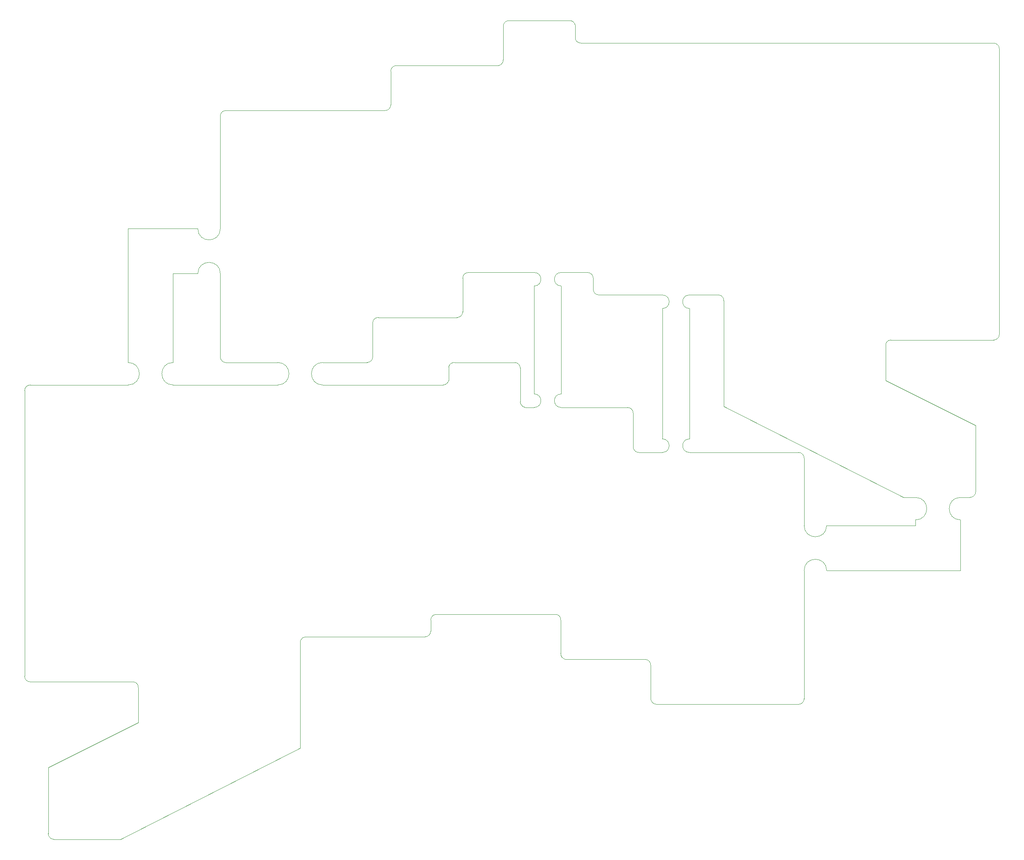
<source format=gbr>
%TF.GenerationSoftware,KiCad,Pcbnew,7.0.1*%
%TF.CreationDate,2023-05-03T23:08:28+02:00*%
%TF.ProjectId,Akula,416b756c-612e-46b6-9963-61645f706362,rev?*%
%TF.SameCoordinates,Original*%
%TF.FileFunction,Profile,NP*%
%FSLAX46Y46*%
G04 Gerber Fmt 4.6, Leading zero omitted, Abs format (unit mm)*
G04 Created by KiCad (PCBNEW 7.0.1) date 2023-05-03 23:08:28*
%MOMM*%
%LPD*%
G01*
G04 APERTURE LIST*
%TA.AperFunction,Profile*%
%ADD10C,0.100000*%
%TD*%
G04 APERTURE END LIST*
D10*
X124250000Y-110000000D02*
X132875000Y-110000000D01*
X179125000Y-36000000D02*
X179125000Y-37989181D01*
X273375000Y-40250000D02*
G75*
G03*
X272125000Y-39000000I-1266400J-16400D01*
G01*
X230000000Y-146250000D02*
G75*
G03*
X235000000Y-146250000I2500000J0D01*
G01*
X178000000Y-90000000D02*
X181875000Y-90000000D01*
X206000000Y-95000000D02*
X211130681Y-95000000D01*
X266375000Y-140000000D02*
X266875000Y-140000000D01*
X185675000Y-95000000D02*
X189675000Y-95000000D01*
X204500000Y-95000000D02*
G75*
G03*
X204500000Y-98000000I0J-1500000D01*
G01*
X198500000Y-127000000D02*
X198500000Y-99500000D01*
X100250000Y-80250000D02*
X100250000Y-56000000D01*
X168000000Y-120000000D02*
X169650000Y-120000000D01*
X254750000Y-145000000D02*
G75*
G03*
X254750000Y-140000000I0J2500000D01*
G01*
X161550000Y-110000000D02*
X165750000Y-110000000D01*
X176000000Y-117000000D02*
G75*
G03*
X176000000Y-120000000I0J-1500000D01*
G01*
X175900082Y-167250008D02*
G75*
G03*
X174750000Y-166000001I-1134782J110008D01*
G01*
X190750002Y-119999998D02*
X190450000Y-120000000D01*
X235000000Y-156250000D02*
X264500000Y-156250000D01*
X113000000Y-115000000D02*
G75*
G03*
X113000000Y-110000000I0J2500000D01*
G01*
X95250000Y-80250000D02*
X79750000Y-80250000D01*
X217250000Y-186000000D02*
X197250000Y-186000000D01*
X264750000Y-140000000D02*
G75*
G03*
X264750000Y-145000000I0J-2500000D01*
G01*
X162130595Y-44000036D02*
G75*
G03*
X163125000Y-42750000I-289495J1250836D01*
G01*
X135375003Y-99999943D02*
G75*
G03*
X134125001Y-101129155I-69203J-1179857D01*
G01*
X179118582Y-34990438D02*
X179125000Y-36000000D01*
X118000000Y-172250000D02*
X118000000Y-173000000D01*
X192000002Y-121249998D02*
X192000000Y-121500000D01*
X204500000Y-98000000D02*
X204500000Y-127000000D01*
X230000000Y-156250000D02*
X230000000Y-183171573D01*
X175900000Y-167250000D02*
X175900000Y-169750000D01*
X192000000Y-128750000D02*
G75*
G03*
X193250000Y-130000000I1250000J0D01*
G01*
X252125000Y-140000000D02*
X212125000Y-119750000D01*
X249254155Y-104999994D02*
G75*
G03*
X248125001Y-106250000I14845J-1148406D01*
G01*
X212125000Y-119750000D02*
X212125000Y-97000000D01*
X204500000Y-127000000D02*
G75*
G03*
X204500000Y-130000000I0J-1500000D01*
G01*
X174500000Y-166000000D02*
X153250000Y-166000000D01*
X56750000Y-154750000D02*
X56750000Y-132750000D01*
X176000000Y-93000000D02*
X176000000Y-117000000D01*
X56750000Y-131750000D02*
X56750000Y-132750000D01*
X62250000Y-181000000D02*
X57983600Y-181000000D01*
X217250000Y-186000000D02*
X228750000Y-186000000D01*
X135375000Y-54000000D02*
X136875000Y-54000000D01*
X95250000Y-90250000D02*
X89750000Y-90250000D01*
X154125000Y-98750000D02*
X154125000Y-96250000D01*
X104100000Y-115000000D02*
X113000000Y-115000000D01*
X180375000Y-39000000D02*
X256875000Y-39000000D01*
X82000000Y-190000000D02*
X62000000Y-200000000D01*
X89750000Y-115000000D02*
X104100000Y-115000000D01*
X62000000Y-214750000D02*
G75*
G03*
X63250000Y-216000000I1266400J16400D01*
G01*
X235000000Y-156250000D02*
G75*
G03*
X230000000Y-156250000I-2500000J0D01*
G01*
X154125000Y-96250000D02*
X154125000Y-91250000D01*
X111375000Y-110000000D02*
X113000000Y-110000000D01*
X254750000Y-145000000D02*
X254750000Y-146250000D01*
X166900051Y-111250000D02*
G75*
G03*
X165750000Y-110000001I-1254451J-100D01*
G01*
X266875000Y-140000000D02*
G75*
G03*
X268125000Y-138750000I-16400J1266400D01*
G01*
X58000000Y-115000000D02*
X73250000Y-115000000D01*
X89750000Y-110000000D02*
X89750000Y-90250000D01*
X63250000Y-216000000D02*
X63750000Y-216000000D01*
X164375000Y-34000000D02*
G75*
G03*
X163125000Y-35250000I0J-1250000D01*
G01*
X89750000Y-110000000D02*
G75*
G03*
X89750000Y-115000000I0J-2500000D01*
G01*
X155375000Y-90000000D02*
X160625000Y-90000000D01*
X132875000Y-109999992D02*
G75*
G03*
X134125000Y-108766370I16300J1233592D01*
G01*
X256875000Y-39000000D02*
X272125000Y-39000000D01*
X149750000Y-114999998D02*
G75*
G03*
X151000000Y-113989181I0J1278298D01*
G01*
X273375000Y-95500000D02*
X273375000Y-103750000D01*
X151000000Y-113989181D02*
X151006418Y-110990438D01*
X183125000Y-93750000D02*
G75*
G03*
X184375000Y-95000000I1266400J16400D01*
G01*
X170000000Y-93000000D02*
X170000000Y-117000000D01*
X161775000Y-90000000D02*
X160625000Y-90000000D01*
X118000000Y-173000000D02*
X118000000Y-195750000D01*
X101375000Y-110000000D02*
X111375000Y-110000000D01*
X198500000Y-99500000D02*
X198500000Y-98000000D01*
X198500000Y-130000000D02*
G75*
G03*
X198500000Y-127000000I0J1500000D01*
G01*
X152250000Y-110000000D02*
X154000000Y-110000000D01*
X148250000Y-166000000D02*
G75*
G03*
X147000000Y-167250000I16400J-1266400D01*
G01*
X195900001Y-184750000D02*
G75*
G03*
X197250000Y-185999999I1332499J85100D01*
G01*
X145750000Y-171000000D02*
G75*
G03*
X147000000Y-169750000I-16400J1266400D01*
G01*
X212125020Y-96250001D02*
G75*
G03*
X211130681Y-95000000I-1199520J66301D01*
G01*
X249254155Y-105000000D02*
X267875000Y-105000000D01*
X273375000Y-56500000D02*
X273375000Y-78750000D01*
X157550000Y-110000000D02*
X154000000Y-110000000D01*
X56750009Y-179750000D02*
G75*
G03*
X57983600Y-181000000I1233491J-16400D01*
G01*
X230000000Y-184750000D02*
X230000000Y-183171573D01*
X272141400Y-105000000D02*
X267875000Y-105000000D01*
X194400000Y-176000000D02*
X176900000Y-176000000D01*
X175900000Y-174620845D02*
X175900000Y-169750000D01*
X192000000Y-128750000D02*
X192000000Y-121500000D01*
X264750000Y-140000000D02*
X266375000Y-140000000D01*
X230000000Y-131250000D02*
G75*
G03*
X228750000Y-130000000I-1250000J0D01*
G01*
X139374998Y-43999998D02*
X154625000Y-44000000D01*
X100250001Y-108750000D02*
G75*
G03*
X101375000Y-109999999I1219499J-33700D01*
G01*
X164375000Y-34000000D02*
X176125000Y-34000000D01*
X152875000Y-100000000D02*
X135375000Y-100000000D01*
X139374998Y-43999998D02*
G75*
G03*
X138124998Y-45249998I2J-1250002D01*
G01*
X176000000Y-120000000D02*
X190450000Y-120000000D01*
X79750000Y-110000000D02*
X79750000Y-80250000D01*
X178000000Y-90000000D02*
X176000000Y-90000000D01*
X194400000Y-176000000D02*
X194650000Y-176000000D01*
X56750000Y-179750000D02*
X56750000Y-171500000D01*
X163125000Y-37756430D02*
X163125000Y-35250000D01*
X264750000Y-145000000D02*
X264750000Y-156250000D01*
X170000000Y-93000000D02*
G75*
G03*
X170000000Y-90000000I0J1500000D01*
G01*
X136875000Y-54000000D02*
G75*
G03*
X138125000Y-52750000I0J1250000D01*
G01*
X166900000Y-111250000D02*
X166900000Y-118750000D01*
X248125000Y-114000000D02*
X248125000Y-106250000D01*
X189675000Y-95000000D02*
X196250000Y-95000000D01*
X100250000Y-107171573D02*
X100250000Y-90250000D01*
X100250000Y-90250000D02*
G75*
G03*
X95250000Y-90250000I-2500000J0D01*
G01*
X193250000Y-130000000D02*
X194750000Y-130000000D01*
X194750000Y-130000000D02*
X198500000Y-130000000D01*
X145750000Y-171000000D02*
X132000000Y-171000000D01*
X119250000Y-171000000D02*
G75*
G03*
X118000000Y-172250000I16400J-1266400D01*
G01*
X163125000Y-37756430D02*
X163125000Y-42750000D01*
X165775000Y-90000000D02*
X168750000Y-90000000D01*
X195899999Y-177250000D02*
G75*
G03*
X194650000Y-176000001I-1274199J-24200D01*
G01*
X148250000Y-166000000D02*
X153250000Y-166000000D01*
X196250000Y-95000000D02*
X198500000Y-95000000D01*
X235000000Y-146250000D02*
X254750000Y-146250000D01*
X118000000Y-195750000D02*
X78000000Y-216000000D01*
X204500000Y-130000000D02*
X228750000Y-130000000D01*
X268125000Y-124000000D02*
X248125000Y-114000000D01*
X179118587Y-34990437D02*
G75*
G03*
X177875000Y-34000000I-1218787J-254363D01*
G01*
X132000000Y-171000000D02*
X119250000Y-171000000D01*
X78000000Y-216000000D02*
X63750000Y-216000000D01*
X56750000Y-131750000D02*
X56750000Y-116250000D01*
X168750000Y-90000000D02*
X170000000Y-90000000D01*
X79750000Y-115000000D02*
G75*
G03*
X79750000Y-110000000I0J2500000D01*
G01*
X134125000Y-101750000D02*
X134125000Y-101129155D01*
X58000000Y-115000000D02*
G75*
G03*
X56750000Y-116250000I16400J-1266400D01*
G01*
X272141400Y-105000009D02*
G75*
G03*
X273375000Y-103750000I100J1233609D01*
G01*
X100250000Y-108750000D02*
X100250000Y-107171573D01*
X264500000Y-156250000D02*
X264750000Y-156250000D01*
X268125000Y-138750000D02*
X268125000Y-124000000D01*
X198500000Y-98000000D02*
G75*
G03*
X198500000Y-95000000I0J1500000D01*
G01*
X152875000Y-100000000D02*
G75*
G03*
X154125000Y-98750000I-16400J1266400D01*
G01*
X183125000Y-91250000D02*
G75*
G03*
X181875000Y-90000000I-1266400J-16400D01*
G01*
X132100000Y-115000000D02*
X149750000Y-115000000D01*
X147000000Y-167250000D02*
X147000000Y-169750000D01*
X192000002Y-121249998D02*
G75*
G03*
X190750002Y-119999998I-1250002J-2D01*
G01*
X195900000Y-184750000D02*
X195900000Y-177500000D01*
X101375000Y-54000000D02*
X135375000Y-54000000D01*
X101375002Y-54000042D02*
G75*
G03*
X100250000Y-55250000I69898J-1194158D01*
G01*
X155375000Y-90000000D02*
G75*
G03*
X154125000Y-91250000I-16400J-1233600D01*
G01*
X195900000Y-177500000D02*
X195900000Y-177250000D01*
X228750000Y-186000000D02*
G75*
G03*
X230000000Y-184750000I100J1249900D01*
G01*
X157550000Y-110000000D02*
X161550000Y-110000000D01*
X161775000Y-90000000D02*
X165775000Y-90000000D01*
X166900062Y-118749995D02*
G75*
G03*
X168000000Y-120000000I1383538J108495D01*
G01*
X95250000Y-80250000D02*
G75*
G03*
X100250000Y-80250000I2500000J0D01*
G01*
X212125000Y-97000000D02*
X212125000Y-96250000D01*
X254750000Y-140000000D02*
X252125000Y-140000000D01*
X124250000Y-110000000D02*
X123000000Y-110000000D01*
X273375000Y-40250000D02*
X273375000Y-56500000D01*
X62250000Y-181000000D02*
X80870845Y-181000000D01*
X273375000Y-78750000D02*
X273375000Y-95500000D01*
X176000000Y-90000000D02*
G75*
G03*
X176000000Y-93000000I0J-1500000D01*
G01*
X81999992Y-182249999D02*
G75*
G03*
X80870845Y-181000001I-1143992J101599D01*
G01*
X169650000Y-120000000D02*
X170000000Y-120000000D01*
X174500000Y-166000000D02*
X174750000Y-166000000D01*
X134125000Y-108766370D02*
X134125000Y-101750000D01*
X62000000Y-200000000D02*
X62000000Y-214750000D01*
X183125000Y-93750000D02*
X183125000Y-91250000D01*
X100250000Y-56000000D02*
X100250000Y-55250000D01*
X82000000Y-182250000D02*
X82000000Y-190000000D01*
X73250000Y-115000000D02*
X79750000Y-115000000D01*
X175899960Y-174620842D02*
G75*
G03*
X176900000Y-176000000I1333440J-85258D01*
G01*
X56750000Y-171500000D02*
X56750000Y-154750000D01*
X138125000Y-45500000D02*
X138124998Y-45249998D01*
X230000000Y-131250000D02*
X230000000Y-132000000D01*
X184375000Y-95000000D02*
X185675000Y-95000000D01*
X179124998Y-37989181D02*
G75*
G03*
X180375000Y-39000000I1250002J267481D01*
G01*
X123000000Y-115000000D02*
X132100000Y-115000000D01*
X176125000Y-34000000D02*
X177875000Y-34000000D01*
X162130587Y-44000000D02*
X154625000Y-44000000D01*
X123000000Y-110000000D02*
G75*
G03*
X123000000Y-115000000I0J-2500000D01*
G01*
X230000000Y-146250000D02*
X230000000Y-132000000D01*
X206000000Y-95000000D02*
X204500000Y-95000000D01*
X152250000Y-110000005D02*
G75*
G03*
X151006418Y-110990438I-24800J-1244795D01*
G01*
X138125000Y-52750000D02*
X138125000Y-45500000D01*
X170000000Y-120000000D02*
G75*
G03*
X170000000Y-117000000I0J1500000D01*
G01*
M02*

</source>
